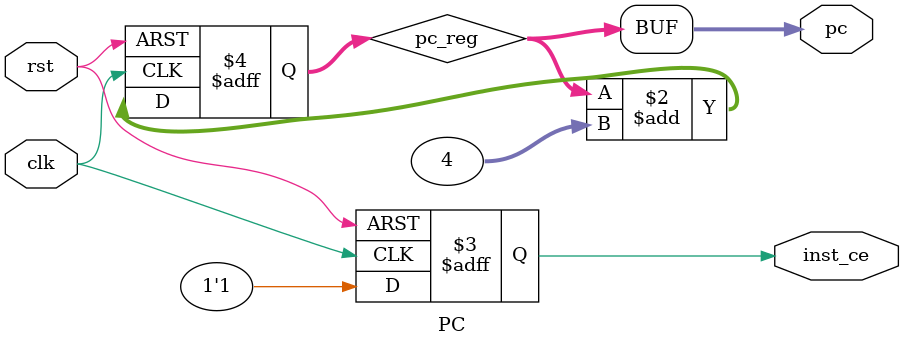
<source format=v>
`timescale 1ns / 1ps


module PC(
    input clk,
    input rst,
    output[31:0] pc,
    output reg inst_ce
    );
    reg [31:0] pc_reg; // PC ¼Ä´æÆ÷
    always @(posedge clk, posedge rst) 
    begin
        if (rst) 
        begin // ¸´Î»ÐÅºÅÎª¸ßµçÆ½
          pc_reg <= 32'h0; // ½« PC ¼Ä´æÆ÷ÇåÁã
          inst_ce <= 1'b1;
        end 
        else begin // Õý³£¹¤×÷×´Ì¬
          pc_reg <= pc_reg + 4; // PC ¼Ä´æÆ÷×ÔÔö 4
          inst_ce <= 1'b1;
        end
    end
    assign pc = pc_reg; // ½« PC ¼Ä´æÆ÷µÄÖµÊä³öµ½ pc ¶Ë¿Ú 
endmodule

</source>
